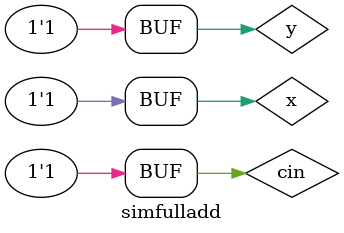
<source format=v>
module simfulladd;

    wire s, cout;
    reg x, y, cin;

    initial begin
        $monitor("%t In (x, y, cin) -> Cout (s, cout) : (%b, %b, %b) -> (%b, %b)", $time, x, y, cin, s, cout);

        x <= 0; y <= 0; cin <= 0;
        #40 x <= 1; y <= 0; cin <= 0;
        #40 x <= 0; y <= 1; cin <= 0;
        #40 x <= 0; y <= 0; cin <= 1;
        #40 x <= 1; y <= 1; cin <= 0;
        #40 x <= 1; y <= 0; cin <= 1;
        #40 x <= 0; y <= 1; cin <= 1;
        #40 x <= 1; y <= 1; cin <= 1;
    end

    FullAdderFunction add ( x, y, cin, cout, s );
endmodule

</source>
